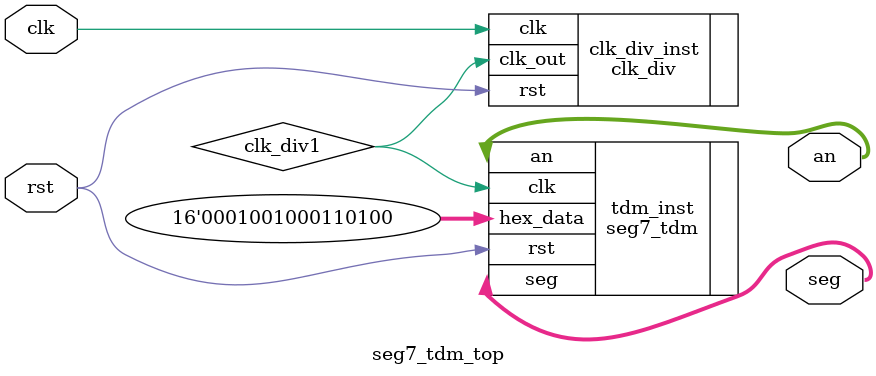
<source format=v>
`timescale 1ns / 1ps


module seg7_tdm_top(
    input wire clk,       // 100 MHz clock input
    input wire rst,       // Asynchronous reset
    output wire [3:0] an, // Anodes for 7-segment displays
    output wire [6:0] seg // Segments for 7-segment displays
);
    wire clk_div1; // Divided clock signal

    // Instantiate clock divider
    clk_div clk_div_inst (
        .clk(clk),
        .rst(rst),
        .clk_out(clk_div1)
    );

    // Instantiate seven_segment_tdm
    seg7_tdm tdm_inst (
        .clk(clk_div1),
        .rst(rst),
        .hex_data(16'h1234), // Hardcoded 16-bit hex value
        .an(an),
        .seg(seg)
    );
endmodule
</source>
